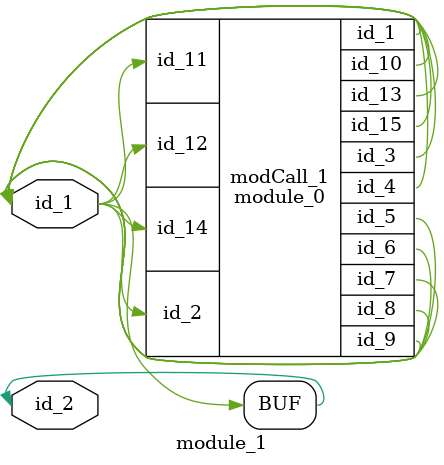
<source format=v>
module module_0 (
    id_1,
    id_2,
    id_3,
    id_4,
    id_5,
    id_6,
    id_7,
    id_8,
    id_9,
    id_10,
    id_11,
    id_12,
    id_13,
    id_14,
    id_15
);
  output wire id_15;
  input wire id_14;
  inout wire id_13;
  input wire id_12;
  input wire id_11;
  inout wire id_10;
  output wire id_9;
  inout wire id_8;
  inout wire id_7;
  inout wire id_6;
  inout wire id_5;
  output wire id_4;
  inout wire id_3;
  input wire id_2;
  inout wire id_1;
  wire id_16;
  wire id_17;
  assign id_6 = id_17;
endmodule
module module_1 (
    id_1,
    id_2
);
  inout wire id_2;
  inout wire id_1;
  module_0 modCall_1 (
      id_2,
      id_1,
      id_1,
      id_2,
      id_2,
      id_1,
      id_2,
      id_2,
      id_2,
      id_2,
      id_1,
      id_1,
      id_1,
      id_2,
      id_1
  );
  wire id_3;
  wire id_4;
  buf primCall (id_1, id_2);
endmodule

</source>
